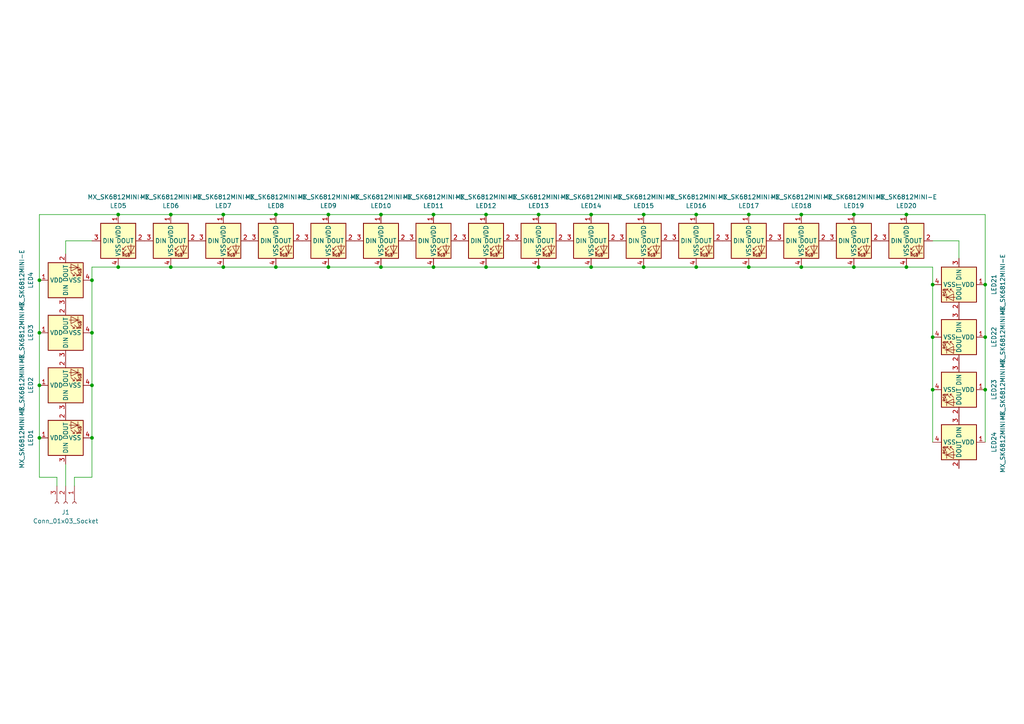
<source format=kicad_sch>
(kicad_sch (version 20230121) (generator eeschema)
  (paper "A4")
  (lib_symbols
    (symbol "Connector:Conn_01x03_Socket" (pin_names (offset 1.016) hide)
      (property "Reference" "J" (at 0 5.08 0))
      (property "Value" "Conn_01x03_Socket" (at 0 -5.08 0))
      (symbol "Conn_01x03_Socket_1_1"
        (arc (start 0 -2.032) (mid -0.5058 -2.54) (end 0 -3.048) (stroke (width 0.1524)))
        (polyline (pts (xy -1.27 -2.54) (xy -0.508 -2.54)) (stroke (width 0.1524)))
        (polyline (pts (xy -1.27 0) (xy -0.508 0)) (stroke (width 0.1524)))
        (polyline (pts (xy -1.27 2.54) (xy -0.508 2.54)) (stroke (width 0.1524)))
        (arc (start 0 0.508) (mid -0.5058 0) (end 0 -0.508) (stroke (width 0.1524)))
        (arc (start 0 3.048) (mid -0.5058 2.54) (end 0 2.032) (stroke (width 0.1524)))
        (pin passive line (at -5.08 2.54 0) (length 3.81) (name "Pin_1") (number "1"))
        (pin passive line (at -5.08 0 0) (length 3.81) (name "Pin_2") (number "2"))
        (pin passive line (at -5.08 -2.54 0) (length 3.81) (name "Pin_3") (number "3"))
      )
    )
    (symbol "marbastlib-mx:MX_SK6812MINI-E"
      (property "Reference" "LED" (at 2.54 -6.35 0))
      (property "Value" "MX_SK6812MINI-E" (at 10.16 6.35 0))
      (symbol "MX_SK6812MINI-E_0_0"
        (text "RGB" (at 2.286 -4.191 0) (effects (font (size 0.762 0.762))))
      )
      (symbol "MX_SK6812MINI-E_0_1"
        (polyline (pts (xy 1.27 -3.556) (xy 1.778 -3.556)))
        (polyline (pts (xy 1.27 -2.54) (xy 1.778 -2.54)))
        (polyline (pts (xy 4.699 -3.556) (xy 2.667 -3.556)))
        (polyline (pts (xy 2.286 -2.54) (xy 1.27 -3.556) (xy 1.27 -3.048)))
        (polyline (pts (xy 2.286 -1.524) (xy 1.27 -2.54) (xy 1.27 -2.032)))
        (polyline (pts (xy 3.683 -1.016) (xy 3.683 -3.556) (xy 3.683 -4.064)))
        (polyline (pts (xy 4.699 -1.524) (xy 2.667 -1.524) (xy 3.683 -3.556) (xy 4.699 -1.524)))
        (rectangle (start 5.08 5.08) (end -5.08 -5.08) (stroke (width 0.254)) (fill (type background)))
      )
      (symbol "MX_SK6812MINI-E_1_1"
        (pin power_in line (at 0 7.62 270) (length 2.54) (name "VDD") (number "1"))
        (pin output line (at 7.62 0 180) (length 2.54) (name "DOUT") (number "2"))
        (pin input line (at -7.62 0 0) (length 2.54) (name "DIN") (number "3"))
        (pin power_in line (at 0 -7.62 90) (length 2.54) (name "VSS") (number "4"))
      )
    )
  )
  (junction (at 49.53 77.47))
  (junction (at 270.51 113.03))
  (junction (at 156.21 62.23))
  (junction (at 171.45 77.47))
  (junction (at 186.69 77.47))
  (junction (at 80.01 62.23))
  (junction (at 64.77 77.47))
  (junction (at 11.43 81.28))
  (junction (at 270.51 97.79))
  (junction (at 201.93 62.23))
  (junction (at 285.75 97.79))
  (junction (at 95.25 62.23))
  (junction (at 34.29 77.47))
  (junction (at 95.25 77.47))
  (junction (at 247.65 62.23))
  (junction (at 262.89 62.23))
  (junction (at 247.65 77.47))
  (junction (at 110.49 62.23))
  (junction (at 186.69 62.23))
  (junction (at 270.51 82.55))
  (junction (at 171.45 62.23))
  (junction (at 11.43 96.52))
  (junction (at 26.67 96.52))
  (junction (at 26.67 111.76))
  (junction (at 217.17 77.47))
  (junction (at 217.17 62.23))
  (junction (at 125.73 62.23))
  (junction (at 125.73 77.47))
  (junction (at 232.41 62.23))
  (junction (at 80.01 77.47))
  (junction (at 64.77 62.23))
  (junction (at 11.43 111.76))
  (junction (at 140.97 62.23))
  (junction (at 49.53 62.23))
  (junction (at 110.49 77.47))
  (junction (at 34.29 62.23))
  (junction (at 140.97 77.47))
  (junction (at 285.75 82.55))
  (junction (at 26.67 127))
  (junction (at 285.75 113.03))
  (junction (at 201.93 77.47))
  (junction (at 232.41 77.47))
  (junction (at 156.21 77.47))
  (junction (at 26.67 81.28))
  (junction (at 11.43 127))
  (junction (at 262.89 77.47))
  (wire (pts (xy 21.59 140.97) (xy 21.59 138.43)))
  (wire (pts (xy 26.67 138.43) (xy 26.67 127)))
  (wire (pts (xy 80.01 77.47) (xy 64.77 77.47)))
  (wire (pts (xy 19.05 134.62) (xy 19.05 140.97)))
  (wire (pts (xy 247.65 77.47) (xy 232.41 77.47)))
  (wire (pts (xy 26.67 96.52) (xy 26.67 81.28)))
  (wire (pts (xy 270.51 97.79) (xy 270.51 113.03)))
  (wire (pts (xy 232.41 77.47) (xy 217.17 77.47)))
  (wire (pts (xy 95.25 62.23) (xy 110.49 62.23)))
  (wire (pts (xy 247.65 62.23) (xy 262.89 62.23)))
  (wire (pts (xy 140.97 77.47) (xy 125.73 77.47)))
  (wire (pts (xy 11.43 111.76) (xy 11.43 96.52)))
  (wire (pts (xy 80.01 62.23) (xy 95.25 62.23)))
  (wire (pts (xy 270.51 69.85) (xy 278.13 69.85)))
  (wire (pts (xy 125.73 77.47) (xy 110.49 77.47)))
  (wire (pts (xy 110.49 62.23) (xy 125.73 62.23)))
  (wire (pts (xy 16.51 140.97) (xy 16.51 138.43)))
  (wire (pts (xy 140.97 62.23) (xy 156.21 62.23)))
  (wire (pts (xy 19.05 69.85) (xy 26.67 69.85)))
  (wire (pts (xy 217.17 77.47) (xy 201.93 77.47)))
  (wire (pts (xy 49.53 77.47) (xy 64.77 77.47)))
  (wire (pts (xy 186.69 77.47) (xy 171.45 77.47)))
  (wire (pts (xy 270.51 82.55) (xy 270.51 97.79)))
  (wire (pts (xy 16.51 138.43) (xy 11.43 138.43)))
  (wire (pts (xy 95.25 77.47) (xy 80.01 77.47)))
  (wire (pts (xy 11.43 62.23) (xy 34.29 62.23)))
  (wire (pts (xy 64.77 62.23) (xy 80.01 62.23)))
  (wire (pts (xy 270.51 77.47) (xy 270.51 82.55)))
  (wire (pts (xy 34.29 77.47) (xy 49.53 77.47)))
  (wire (pts (xy 11.43 127) (xy 11.43 111.76)))
  (wire (pts (xy 278.13 69.85) (xy 278.13 74.93)))
  (wire (pts (xy 125.73 62.23) (xy 140.97 62.23)))
  (wire (pts (xy 262.89 77.47) (xy 270.51 77.47)))
  (wire (pts (xy 26.67 127) (xy 26.67 111.76)))
  (wire (pts (xy 171.45 77.47) (xy 156.21 77.47)))
  (wire (pts (xy 201.93 77.47) (xy 186.69 77.47)))
  (wire (pts (xy 19.05 73.66) (xy 19.05 69.85)))
  (wire (pts (xy 49.53 62.23) (xy 64.77 62.23)))
  (wire (pts (xy 232.41 62.23) (xy 247.65 62.23)))
  (wire (pts (xy 26.67 77.47) (xy 34.29 77.47)))
  (wire (pts (xy 11.43 81.28) (xy 11.43 62.23)))
  (wire (pts (xy 262.89 62.23) (xy 285.75 62.23)))
  (wire (pts (xy 285.75 113.03) (xy 285.75 97.79)))
  (wire (pts (xy 217.17 62.23) (xy 232.41 62.23)))
  (wire (pts (xy 21.59 138.43) (xy 26.67 138.43)))
  (wire (pts (xy 285.75 128.27) (xy 285.75 113.03)))
  (wire (pts (xy 285.75 82.55) (xy 285.75 62.23)))
  (wire (pts (xy 26.67 111.76) (xy 26.67 96.52)))
  (wire (pts (xy 201.93 62.23) (xy 217.17 62.23)))
  (wire (pts (xy 34.29 62.23) (xy 49.53 62.23)))
  (wire (pts (xy 11.43 96.52) (xy 11.43 81.28)))
  (wire (pts (xy 186.69 62.23) (xy 201.93 62.23)))
  (wire (pts (xy 156.21 62.23) (xy 171.45 62.23)))
  (wire (pts (xy 285.75 97.79) (xy 285.75 82.55)))
  (wire (pts (xy 26.67 81.28) (xy 26.67 77.47)))
  (wire (pts (xy 247.65 77.47) (xy 262.89 77.47)))
  (wire (pts (xy 171.45 62.23) (xy 186.69 62.23)))
  (wire (pts (xy 270.51 113.03) (xy 270.51 128.27)))
  (wire (pts (xy 11.43 138.43) (xy 11.43 127)))
  (wire (pts (xy 110.49 77.47) (xy 95.25 77.47)))
  (wire (pts (xy 156.21 77.47) (xy 140.97 77.47)))
  (symbol (lib_id "marbastlib-mx:MX_SK6812MINI-E") (at 278.13 97.79 270) (unit 1)
    (property "Reference" "LED22" (at 288.29 97.79 0))
    (property "Value" "MX_SK6812MINI-E" (at 290.83 97.79 0))
    (property "Footprint" "sk6812:LED_SK6812MINI-R" (effects hide))
    (property "MPN" "SK6812MINI-E" (effects hide))
  )
  (symbol (lib_id "marbastlib-mx:MX_SK6812MINI-E") (at 232.41 69.85 0) (unit 1)
    (property "Reference" "LED18" (at 232.41 59.69 0))
    (property "Value" "MX_SK6812MINI-E" (at 232.41 57.15 0))
    (property "Footprint" "sk6812:LED_SK6812MINI-R" (effects hide))
    (property "MPN" "SK6812MINI-E" (effects hide))
  )
  (symbol (lib_id "marbastlib-mx:MX_SK6812MINI-E") (at 19.05 127 90) (unit 1)
    (property "Reference" "LED1" (at 8.89 127 0))
    (property "Value" "MX_SK6812MINI-E" (at 6.35 127 0))
    (property "Footprint" "sk6812:LED_SK6812MINI-R" (effects hide))
    (property "MPN" "SK6812MINI-E" (effects hide))
  )
  (symbol (lib_id "marbastlib-mx:MX_SK6812MINI-E") (at 140.97 69.85 0) (unit 1)
    (property "Reference" "LED12" (at 140.97 59.69 0))
    (property "Value" "MX_SK6812MINI-E" (at 140.97 57.15 0))
    (property "Footprint" "sk6812:LED_SK6812MINI-R" (effects hide))
    (property "MPN" "SK6812MINI-E" (effects hide))
  )
  (symbol (lib_id "marbastlib-mx:MX_SK6812MINI-E") (at 262.89 69.85 0) (unit 1)
    (property "Reference" "LED20" (at 262.89 59.69 0))
    (property "Value" "MX_SK6812MINI-E" (at 262.89 57.15 0))
    (property "Footprint" "sk6812:LED_SK6812MINI-R" (effects hide))
    (property "MPN" "SK6812MINI-E" (effects hide))
  )
  (symbol (lib_id "marbastlib-mx:MX_SK6812MINI-E") (at 19.05 96.52 90) (unit 1)
    (property "Reference" "LED3" (at 8.89 96.52 0))
    (property "Value" "MX_SK6812MINI-E" (at 6.35 96.52 0))
    (property "Footprint" "sk6812:LED_SK6812MINI-R" (effects hide))
    (property "MPN" "SK6812MINI-E" (effects hide))
  )
  (symbol (lib_id "marbastlib-mx:MX_SK6812MINI-E") (at 64.77 69.85 0) (unit 1)
    (property "Reference" "LED7" (at 64.77 59.69 0))
    (property "Value" "MX_SK6812MINI-E" (at 64.77 57.15 0))
    (property "Footprint" "sk6812:LED_SK6812MINI-R" (effects hide))
    (property "MPN" "SK6812MINI-E" (effects hide))
  )
  (symbol (lib_id "marbastlib-mx:MX_SK6812MINI-E") (at 201.93 69.85 0) (unit 1)
    (property "Reference" "LED16" (at 201.93 59.69 0))
    (property "Value" "MX_SK6812MINI-E" (at 201.93 57.15 0))
    (property "Footprint" "sk6812:LED_SK6812MINI-R" (effects hide))
    (property "MPN" "SK6812MINI-E" (effects hide))
  )
  (symbol (lib_id "marbastlib-mx:MX_SK6812MINI-E") (at 80.01 69.85 0) (unit 1)
    (property "Reference" "LED8" (at 80.01 59.69 0))
    (property "Value" "MX_SK6812MINI-E" (at 80.01 57.15 0))
    (property "Footprint" "sk6812:LED_SK6812MINI-R" (effects hide))
    (property "MPN" "SK6812MINI-E" (effects hide))
  )
  (symbol (lib_id "marbastlib-mx:MX_SK6812MINI-E") (at 278.13 82.55 270) (unit 1)
    (property "Reference" "LED21" (at 288.29 82.55 0))
    (property "Value" "MX_SK6812MINI-E" (at 290.83 82.55 0))
    (property "Footprint" "sk6812:LED_SK6812MINI-R" (effects hide))
    (property "MPN" "SK6812MINI-E" (effects hide))
  )
  (symbol (lib_id "marbastlib-mx:MX_SK6812MINI-E") (at 217.17 69.85 0) (unit 1)
    (property "Reference" "LED17" (at 217.17 59.69 0))
    (property "Value" "MX_SK6812MINI-E" (at 217.17 57.15 0))
    (property "Footprint" "sk6812:LED_SK6812MINI-R" (effects hide))
    (property "MPN" "SK6812MINI-E" (effects hide))
  )
  (symbol (lib_id "marbastlib-mx:MX_SK6812MINI-E") (at 156.21 69.85 0) (unit 1)
    (property "Reference" "LED13" (at 156.21 59.69 0))
    (property "Value" "MX_SK6812MINI-E" (at 156.21 57.15 0))
    (property "Footprint" "sk6812:LED_SK6812MINI-R" (effects hide))
    (property "MPN" "SK6812MINI-E" (effects hide))
  )
  (symbol (lib_id "marbastlib-mx:MX_SK6812MINI-E") (at 19.05 81.28 90) (unit 1)
    (property "Reference" "LED4" (at 8.89 81.28 0))
    (property "Value" "MX_SK6812MINI-E" (at 6.35 81.28 0))
    (property "Footprint" "sk6812:LED_SK6812MINI-R" (effects hide))
    (property "MPN" "SK6812MINI-E" (effects hide))
  )
  (symbol (lib_id "marbastlib-mx:MX_SK6812MINI-E") (at 125.73 69.85 0) (unit 1)
    (property "Reference" "LED11" (at 125.73 59.69 0))
    (property "Value" "MX_SK6812MINI-E" (at 125.73 57.15 0))
    (property "Footprint" "sk6812:LED_SK6812MINI-R" (effects hide))
    (property "MPN" "SK6812MINI-E" (effects hide))
  )
  (symbol (lib_id "marbastlib-mx:MX_SK6812MINI-E") (at 19.05 111.76 90) (unit 1)
    (property "Reference" "LED2" (at 8.89 111.76 0))
    (property "Value" "MX_SK6812MINI-E" (at 6.35 111.76 0))
    (property "Footprint" "sk6812:LED_SK6812MINI-R" (effects hide))
    (property "MPN" "SK6812MINI-E" (effects hide))
  )
  (symbol (lib_id "marbastlib-mx:MX_SK6812MINI-E") (at 278.13 113.03 270) (unit 1)
    (property "Reference" "LED23" (at 288.29 113.03 0))
    (property "Value" "MX_SK6812MINI-E" (at 290.83 113.03 0))
    (property "Footprint" "sk6812:LED_SK6812MINI-R" (effects hide))
    (property "MPN" "SK6812MINI-E" (effects hide))
  )
  (symbol (lib_id "marbastlib-mx:MX_SK6812MINI-E") (at 278.13 128.27 270) (unit 1)
    (property "Reference" "LED24" (at 288.29 128.27 0))
    (property "Value" "MX_SK6812MINI-E" (at 290.83 128.27 0))
    (property "Footprint" "sk6812:LED_SK6812MINI-R" (effects hide))
    (property "MPN" "SK6812MINI-E" (effects hide))
  )
  (symbol (lib_id "marbastlib-mx:MX_SK6812MINI-E") (at 171.45 69.85 0) (unit 1)
    (property "Reference" "LED14" (at 171.45 59.69 0))
    (property "Value" "MX_SK6812MINI-E" (at 171.45 57.15 0))
    (property "Footprint" "sk6812:LED_SK6812MINI-R" (effects hide))
    (property "MPN" "SK6812MINI-E" (effects hide))
  )
  (symbol (lib_id "Connector:Conn_01x03_Socket") (at 19.05 146.05 270) (unit 1)
    (property "Reference" "J1" (at 19.05 148.59 90))
    (property "Value" "Conn_01x03_Socket" (at 19.05 151.13 90))
    (property "Footprint" "Connector_PinHeader_2.54mm:PinHeader_1x03_P2.54mm_Vertical" (effects hide))
  )
  (symbol (lib_id "marbastlib-mx:MX_SK6812MINI-E") (at 34.29 69.85 0) (unit 1)
    (property "Reference" "LED5" (at 34.29 59.69 0))
    (property "Value" "MX_SK6812MINI-E" (at 34.29 57.15 0))
    (property "Footprint" "sk6812:LED_SK6812MINI-R" (effects hide))
    (property "MPN" "SK6812MINI-E" (effects hide))
  )
  (symbol (lib_id "marbastlib-mx:MX_SK6812MINI-E") (at 110.49 69.85 0) (unit 1)
    (property "Reference" "LED10" (at 110.49 59.69 0))
    (property "Value" "MX_SK6812MINI-E" (at 110.49 57.15 0))
    (property "Footprint" "sk6812:LED_SK6812MINI-R" (effects hide))
    (property "MPN" "SK6812MINI-E" (effects hide))
  )
  (symbol (lib_id "marbastlib-mx:MX_SK6812MINI-E") (at 49.53 69.85 0) (unit 1)
    (property "Reference" "LED6" (at 49.53 59.69 0))
    (property "Value" "MX_SK6812MINI-E" (at 49.53 57.15 0))
    (property "Footprint" "sk6812:LED_SK6812MINI-R" (effects hide))
    (property "MPN" "SK6812MINI-E" (effects hide))
  )
  (symbol (lib_id "marbastlib-mx:MX_SK6812MINI-E") (at 186.69 69.85 0) (unit 1)
    (property "Reference" "LED15" (at 186.69 59.69 0))
    (property "Value" "MX_SK6812MINI-E" (at 186.69 57.15 0))
    (property "Footprint" "sk6812:LED_SK6812MINI-R" (effects hide))
    (property "MPN" "SK6812MINI-E" (effects hide))
  )
  (symbol (lib_id "marbastlib-mx:MX_SK6812MINI-E") (at 247.65 69.85 0) (unit 1)
    (property "Reference" "LED19" (at 247.65 59.69 0))
    (property "Value" "MX_SK6812MINI-E" (at 247.65 57.15 0))
    (property "Footprint" "sk6812:LED_SK6812MINI-R" (effects hide))
    (property "MPN" "SK6812MINI-E" (effects hide))
  )
  (symbol (lib_id "marbastlib-mx:MX_SK6812MINI-E") (at 95.25 69.85 0) (unit 1)
    (property "Reference" "LED9" (at 95.25 59.69 0))
    (property "Value" "MX_SK6812MINI-E" (at 95.25 57.15 0))
    (property "Footprint" "sk6812:LED_SK6812MINI-R" (effects hide))
    (property "MPN" "SK6812MINI-E" (effects hide))
  )
)
</source>
